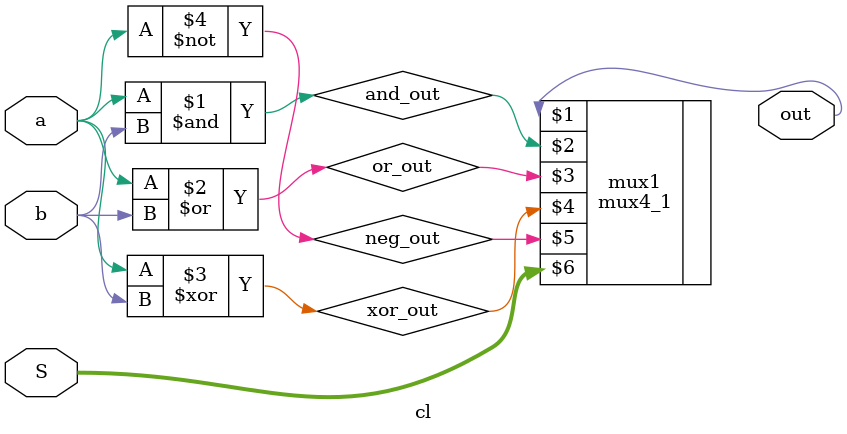
<source format=v>

module cl(output wire out, input wire a, input wire b, input wire [1:0] S); //Con wire out estructural 

    wire and_out, or_out, xor_out, neg_out;

    and and1(and_out, a, b);
    or or1(or_out, a, b);
    xor xor1(xor_out, a, b);
    not not1(neg_out, a);
    mux4_1  mux1(out, and_out, or_out, xor_out, neg_out, S); 

endmodule

</source>
